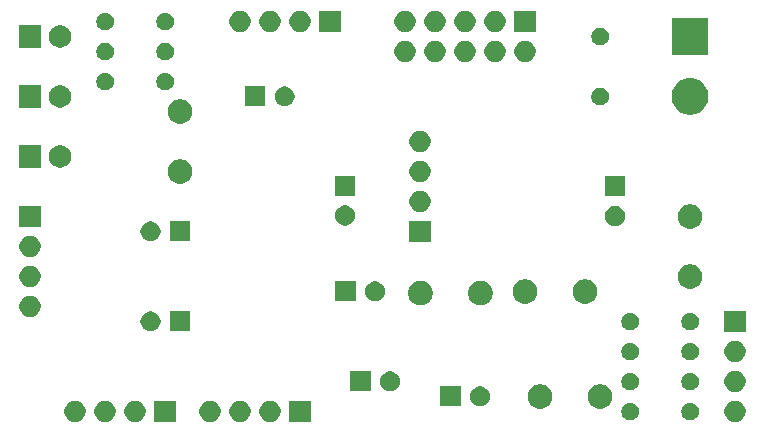
<source format=gbr>
G04 #@! TF.GenerationSoftware,KiCad,Pcbnew,5.1.5+dfsg1-2build2*
G04 #@! TF.CreationDate,2020-12-30T20:24:06+01:00*
G04 #@! TF.ProjectId,stm32f0can,73746d33-3266-4306-9361-6e2e6b696361,rev?*
G04 #@! TF.SameCoordinates,Original*
G04 #@! TF.FileFunction,Soldermask,Bot*
G04 #@! TF.FilePolarity,Negative*
%FSLAX46Y46*%
G04 Gerber Fmt 4.6, Leading zero omitted, Abs format (unit mm)*
G04 Created by KiCad (PCBNEW 5.1.5+dfsg1-2build2) date 2020-12-30 20:24:06*
%MOMM*%
%LPD*%
G04 APERTURE LIST*
%ADD10C,0.100000*%
G04 APERTURE END LIST*
D10*
G36*
X116953512Y-131183927D02*
G01*
X117102812Y-131213624D01*
X117266784Y-131281544D01*
X117414354Y-131380147D01*
X117539853Y-131505646D01*
X117638456Y-131653216D01*
X117706376Y-131817188D01*
X117741000Y-131991259D01*
X117741000Y-132168741D01*
X117706376Y-132342812D01*
X117638456Y-132506784D01*
X117539853Y-132654354D01*
X117414354Y-132779853D01*
X117266784Y-132878456D01*
X117102812Y-132946376D01*
X116953512Y-132976073D01*
X116928742Y-132981000D01*
X116751258Y-132981000D01*
X116726488Y-132976073D01*
X116577188Y-132946376D01*
X116413216Y-132878456D01*
X116265646Y-132779853D01*
X116140147Y-132654354D01*
X116041544Y-132506784D01*
X115973624Y-132342812D01*
X115939000Y-132168741D01*
X115939000Y-131991259D01*
X115973624Y-131817188D01*
X116041544Y-131653216D01*
X116140147Y-131505646D01*
X116265646Y-131380147D01*
X116413216Y-131281544D01*
X116577188Y-131213624D01*
X116726488Y-131183927D01*
X116751258Y-131179000D01*
X116928742Y-131179000D01*
X116953512Y-131183927D01*
G37*
G36*
X125361000Y-132981000D02*
G01*
X123559000Y-132981000D01*
X123559000Y-131179000D01*
X125361000Y-131179000D01*
X125361000Y-132981000D01*
G37*
G36*
X105523512Y-131183927D02*
G01*
X105672812Y-131213624D01*
X105836784Y-131281544D01*
X105984354Y-131380147D01*
X106109853Y-131505646D01*
X106208456Y-131653216D01*
X106276376Y-131817188D01*
X106311000Y-131991259D01*
X106311000Y-132168741D01*
X106276376Y-132342812D01*
X106208456Y-132506784D01*
X106109853Y-132654354D01*
X105984354Y-132779853D01*
X105836784Y-132878456D01*
X105672812Y-132946376D01*
X105523512Y-132976073D01*
X105498742Y-132981000D01*
X105321258Y-132981000D01*
X105296488Y-132976073D01*
X105147188Y-132946376D01*
X104983216Y-132878456D01*
X104835646Y-132779853D01*
X104710147Y-132654354D01*
X104611544Y-132506784D01*
X104543624Y-132342812D01*
X104509000Y-132168741D01*
X104509000Y-131991259D01*
X104543624Y-131817188D01*
X104611544Y-131653216D01*
X104710147Y-131505646D01*
X104835646Y-131380147D01*
X104983216Y-131281544D01*
X105147188Y-131213624D01*
X105296488Y-131183927D01*
X105321258Y-131179000D01*
X105498742Y-131179000D01*
X105523512Y-131183927D01*
G37*
G36*
X108063512Y-131183927D02*
G01*
X108212812Y-131213624D01*
X108376784Y-131281544D01*
X108524354Y-131380147D01*
X108649853Y-131505646D01*
X108748456Y-131653216D01*
X108816376Y-131817188D01*
X108851000Y-131991259D01*
X108851000Y-132168741D01*
X108816376Y-132342812D01*
X108748456Y-132506784D01*
X108649853Y-132654354D01*
X108524354Y-132779853D01*
X108376784Y-132878456D01*
X108212812Y-132946376D01*
X108063512Y-132976073D01*
X108038742Y-132981000D01*
X107861258Y-132981000D01*
X107836488Y-132976073D01*
X107687188Y-132946376D01*
X107523216Y-132878456D01*
X107375646Y-132779853D01*
X107250147Y-132654354D01*
X107151544Y-132506784D01*
X107083624Y-132342812D01*
X107049000Y-132168741D01*
X107049000Y-131991259D01*
X107083624Y-131817188D01*
X107151544Y-131653216D01*
X107250147Y-131505646D01*
X107375646Y-131380147D01*
X107523216Y-131281544D01*
X107687188Y-131213624D01*
X107836488Y-131183927D01*
X107861258Y-131179000D01*
X108038742Y-131179000D01*
X108063512Y-131183927D01*
G37*
G36*
X110603512Y-131183927D02*
G01*
X110752812Y-131213624D01*
X110916784Y-131281544D01*
X111064354Y-131380147D01*
X111189853Y-131505646D01*
X111288456Y-131653216D01*
X111356376Y-131817188D01*
X111391000Y-131991259D01*
X111391000Y-132168741D01*
X111356376Y-132342812D01*
X111288456Y-132506784D01*
X111189853Y-132654354D01*
X111064354Y-132779853D01*
X110916784Y-132878456D01*
X110752812Y-132946376D01*
X110603512Y-132976073D01*
X110578742Y-132981000D01*
X110401258Y-132981000D01*
X110376488Y-132976073D01*
X110227188Y-132946376D01*
X110063216Y-132878456D01*
X109915646Y-132779853D01*
X109790147Y-132654354D01*
X109691544Y-132506784D01*
X109623624Y-132342812D01*
X109589000Y-132168741D01*
X109589000Y-131991259D01*
X109623624Y-131817188D01*
X109691544Y-131653216D01*
X109790147Y-131505646D01*
X109915646Y-131380147D01*
X110063216Y-131281544D01*
X110227188Y-131213624D01*
X110376488Y-131183927D01*
X110401258Y-131179000D01*
X110578742Y-131179000D01*
X110603512Y-131183927D01*
G37*
G36*
X161403512Y-131183927D02*
G01*
X161552812Y-131213624D01*
X161716784Y-131281544D01*
X161864354Y-131380147D01*
X161989853Y-131505646D01*
X162088456Y-131653216D01*
X162156376Y-131817188D01*
X162191000Y-131991259D01*
X162191000Y-132168741D01*
X162156376Y-132342812D01*
X162088456Y-132506784D01*
X161989853Y-132654354D01*
X161864354Y-132779853D01*
X161716784Y-132878456D01*
X161552812Y-132946376D01*
X161403512Y-132976073D01*
X161378742Y-132981000D01*
X161201258Y-132981000D01*
X161176488Y-132976073D01*
X161027188Y-132946376D01*
X160863216Y-132878456D01*
X160715646Y-132779853D01*
X160590147Y-132654354D01*
X160491544Y-132506784D01*
X160423624Y-132342812D01*
X160389000Y-132168741D01*
X160389000Y-131991259D01*
X160423624Y-131817188D01*
X160491544Y-131653216D01*
X160590147Y-131505646D01*
X160715646Y-131380147D01*
X160863216Y-131281544D01*
X161027188Y-131213624D01*
X161176488Y-131183927D01*
X161201258Y-131179000D01*
X161378742Y-131179000D01*
X161403512Y-131183927D01*
G37*
G36*
X113931000Y-132981000D02*
G01*
X112129000Y-132981000D01*
X112129000Y-131179000D01*
X113931000Y-131179000D01*
X113931000Y-132981000D01*
G37*
G36*
X119493512Y-131183927D02*
G01*
X119642812Y-131213624D01*
X119806784Y-131281544D01*
X119954354Y-131380147D01*
X120079853Y-131505646D01*
X120178456Y-131653216D01*
X120246376Y-131817188D01*
X120281000Y-131991259D01*
X120281000Y-132168741D01*
X120246376Y-132342812D01*
X120178456Y-132506784D01*
X120079853Y-132654354D01*
X119954354Y-132779853D01*
X119806784Y-132878456D01*
X119642812Y-132946376D01*
X119493512Y-132976073D01*
X119468742Y-132981000D01*
X119291258Y-132981000D01*
X119266488Y-132976073D01*
X119117188Y-132946376D01*
X118953216Y-132878456D01*
X118805646Y-132779853D01*
X118680147Y-132654354D01*
X118581544Y-132506784D01*
X118513624Y-132342812D01*
X118479000Y-132168741D01*
X118479000Y-131991259D01*
X118513624Y-131817188D01*
X118581544Y-131653216D01*
X118680147Y-131505646D01*
X118805646Y-131380147D01*
X118953216Y-131281544D01*
X119117188Y-131213624D01*
X119266488Y-131183927D01*
X119291258Y-131179000D01*
X119468742Y-131179000D01*
X119493512Y-131183927D01*
G37*
G36*
X122033512Y-131183927D02*
G01*
X122182812Y-131213624D01*
X122346784Y-131281544D01*
X122494354Y-131380147D01*
X122619853Y-131505646D01*
X122718456Y-131653216D01*
X122786376Y-131817188D01*
X122821000Y-131991259D01*
X122821000Y-132168741D01*
X122786376Y-132342812D01*
X122718456Y-132506784D01*
X122619853Y-132654354D01*
X122494354Y-132779853D01*
X122346784Y-132878456D01*
X122182812Y-132946376D01*
X122033512Y-132976073D01*
X122008742Y-132981000D01*
X121831258Y-132981000D01*
X121806488Y-132976073D01*
X121657188Y-132946376D01*
X121493216Y-132878456D01*
X121345646Y-132779853D01*
X121220147Y-132654354D01*
X121121544Y-132506784D01*
X121053624Y-132342812D01*
X121019000Y-132168741D01*
X121019000Y-131991259D01*
X121053624Y-131817188D01*
X121121544Y-131653216D01*
X121220147Y-131505646D01*
X121345646Y-131380147D01*
X121493216Y-131281544D01*
X121657188Y-131213624D01*
X121806488Y-131183927D01*
X121831258Y-131179000D01*
X122008742Y-131179000D01*
X122033512Y-131183927D01*
G37*
G36*
X157699059Y-131357860D02*
G01*
X157752865Y-131380147D01*
X157835732Y-131414472D01*
X157958735Y-131496660D01*
X158063340Y-131601265D01*
X158145528Y-131724268D01*
X158145529Y-131724270D01*
X158202140Y-131860941D01*
X158231000Y-132006032D01*
X158231000Y-132153968D01*
X158228061Y-132168742D01*
X158202140Y-132299059D01*
X158145528Y-132435732D01*
X158063340Y-132558735D01*
X157958735Y-132663340D01*
X157835732Y-132745528D01*
X157835731Y-132745529D01*
X157835730Y-132745529D01*
X157699059Y-132802140D01*
X157553968Y-132831000D01*
X157406032Y-132831000D01*
X157260941Y-132802140D01*
X157124270Y-132745529D01*
X157124269Y-132745529D01*
X157124268Y-132745528D01*
X157001265Y-132663340D01*
X156896660Y-132558735D01*
X156814472Y-132435732D01*
X156757860Y-132299059D01*
X156731939Y-132168742D01*
X156729000Y-132153968D01*
X156729000Y-132006032D01*
X156757860Y-131860941D01*
X156814471Y-131724270D01*
X156814472Y-131724268D01*
X156896660Y-131601265D01*
X157001265Y-131496660D01*
X157124268Y-131414472D01*
X157207136Y-131380147D01*
X157260941Y-131357860D01*
X157406032Y-131329000D01*
X157553968Y-131329000D01*
X157699059Y-131357860D01*
G37*
G36*
X152619059Y-131357860D02*
G01*
X152672865Y-131380147D01*
X152755732Y-131414472D01*
X152878735Y-131496660D01*
X152983340Y-131601265D01*
X153065528Y-131724268D01*
X153065529Y-131724270D01*
X153122140Y-131860941D01*
X153151000Y-132006032D01*
X153151000Y-132153968D01*
X153148061Y-132168742D01*
X153122140Y-132299059D01*
X153065528Y-132435732D01*
X152983340Y-132558735D01*
X152878735Y-132663340D01*
X152755732Y-132745528D01*
X152755731Y-132745529D01*
X152755730Y-132745529D01*
X152619059Y-132802140D01*
X152473968Y-132831000D01*
X152326032Y-132831000D01*
X152180941Y-132802140D01*
X152044270Y-132745529D01*
X152044269Y-132745529D01*
X152044268Y-132745528D01*
X151921265Y-132663340D01*
X151816660Y-132558735D01*
X151734472Y-132435732D01*
X151677860Y-132299059D01*
X151651939Y-132168742D01*
X151649000Y-132153968D01*
X151649000Y-132006032D01*
X151677860Y-131860941D01*
X151734471Y-131724270D01*
X151734472Y-131724268D01*
X151816660Y-131601265D01*
X151921265Y-131496660D01*
X152044268Y-131414472D01*
X152127136Y-131380147D01*
X152180941Y-131357860D01*
X152326032Y-131329000D01*
X152473968Y-131329000D01*
X152619059Y-131357860D01*
G37*
G36*
X145086564Y-129799389D02*
G01*
X145277833Y-129878615D01*
X145277835Y-129878616D01*
X145449973Y-129993635D01*
X145596365Y-130140027D01*
X145699345Y-130294147D01*
X145711385Y-130312167D01*
X145790611Y-130503436D01*
X145831000Y-130706484D01*
X145831000Y-130913516D01*
X145790611Y-131116564D01*
X145750407Y-131213625D01*
X145711384Y-131307835D01*
X145596365Y-131479973D01*
X145449973Y-131626365D01*
X145277835Y-131741384D01*
X145277834Y-131741385D01*
X145277833Y-131741385D01*
X145086564Y-131820611D01*
X144883516Y-131861000D01*
X144676484Y-131861000D01*
X144473436Y-131820611D01*
X144282167Y-131741385D01*
X144282166Y-131741385D01*
X144282165Y-131741384D01*
X144110027Y-131626365D01*
X143963635Y-131479973D01*
X143848616Y-131307835D01*
X143809593Y-131213625D01*
X143769389Y-131116564D01*
X143729000Y-130913516D01*
X143729000Y-130706484D01*
X143769389Y-130503436D01*
X143848615Y-130312167D01*
X143860656Y-130294147D01*
X143963635Y-130140027D01*
X144110027Y-129993635D01*
X144282165Y-129878616D01*
X144282167Y-129878615D01*
X144473436Y-129799389D01*
X144676484Y-129759000D01*
X144883516Y-129759000D01*
X145086564Y-129799389D01*
G37*
G36*
X150166564Y-129799389D02*
G01*
X150357833Y-129878615D01*
X150357835Y-129878616D01*
X150529973Y-129993635D01*
X150676365Y-130140027D01*
X150779345Y-130294147D01*
X150791385Y-130312167D01*
X150870611Y-130503436D01*
X150911000Y-130706484D01*
X150911000Y-130913516D01*
X150870611Y-131116564D01*
X150830407Y-131213625D01*
X150791384Y-131307835D01*
X150676365Y-131479973D01*
X150529973Y-131626365D01*
X150357835Y-131741384D01*
X150357834Y-131741385D01*
X150357833Y-131741385D01*
X150166564Y-131820611D01*
X149963516Y-131861000D01*
X149756484Y-131861000D01*
X149553436Y-131820611D01*
X149362167Y-131741385D01*
X149362166Y-131741385D01*
X149362165Y-131741384D01*
X149190027Y-131626365D01*
X149043635Y-131479973D01*
X148928616Y-131307835D01*
X148889593Y-131213625D01*
X148849389Y-131116564D01*
X148809000Y-130913516D01*
X148809000Y-130706484D01*
X148849389Y-130503436D01*
X148928615Y-130312167D01*
X148940656Y-130294147D01*
X149043635Y-130140027D01*
X149190027Y-129993635D01*
X149362165Y-129878616D01*
X149362167Y-129878615D01*
X149553436Y-129799389D01*
X149756484Y-129759000D01*
X149963516Y-129759000D01*
X150166564Y-129799389D01*
G37*
G36*
X139948228Y-129991703D02*
G01*
X140103100Y-130055853D01*
X140242481Y-130148985D01*
X140361015Y-130267519D01*
X140454147Y-130406900D01*
X140518297Y-130561772D01*
X140551000Y-130726184D01*
X140551000Y-130893816D01*
X140518297Y-131058228D01*
X140454147Y-131213100D01*
X140361015Y-131352481D01*
X140242481Y-131471015D01*
X140103100Y-131564147D01*
X139948228Y-131628297D01*
X139783816Y-131661000D01*
X139616184Y-131661000D01*
X139451772Y-131628297D01*
X139296900Y-131564147D01*
X139157519Y-131471015D01*
X139038985Y-131352481D01*
X138945853Y-131213100D01*
X138881703Y-131058228D01*
X138849000Y-130893816D01*
X138849000Y-130726184D01*
X138881703Y-130561772D01*
X138945853Y-130406900D01*
X139038985Y-130267519D01*
X139157519Y-130148985D01*
X139296900Y-130055853D01*
X139451772Y-129991703D01*
X139616184Y-129959000D01*
X139783816Y-129959000D01*
X139948228Y-129991703D01*
G37*
G36*
X138051000Y-131661000D02*
G01*
X136349000Y-131661000D01*
X136349000Y-129959000D01*
X138051000Y-129959000D01*
X138051000Y-131661000D01*
G37*
G36*
X161403512Y-128643927D02*
G01*
X161552812Y-128673624D01*
X161716784Y-128741544D01*
X161864354Y-128840147D01*
X161989853Y-128965646D01*
X162088456Y-129113216D01*
X162156376Y-129277188D01*
X162191000Y-129451259D01*
X162191000Y-129628741D01*
X162156376Y-129802812D01*
X162088456Y-129966784D01*
X161989853Y-130114354D01*
X161864354Y-130239853D01*
X161716784Y-130338456D01*
X161552812Y-130406376D01*
X161403512Y-130436073D01*
X161378742Y-130441000D01*
X161201258Y-130441000D01*
X161176488Y-130436073D01*
X161027188Y-130406376D01*
X160863216Y-130338456D01*
X160715646Y-130239853D01*
X160590147Y-130114354D01*
X160491544Y-129966784D01*
X160423624Y-129802812D01*
X160389000Y-129628741D01*
X160389000Y-129451259D01*
X160423624Y-129277188D01*
X160491544Y-129113216D01*
X160590147Y-128965646D01*
X160715646Y-128840147D01*
X160863216Y-128741544D01*
X161027188Y-128673624D01*
X161176488Y-128643927D01*
X161201258Y-128639000D01*
X161378742Y-128639000D01*
X161403512Y-128643927D01*
G37*
G36*
X130431000Y-130391000D02*
G01*
X128729000Y-130391000D01*
X128729000Y-128689000D01*
X130431000Y-128689000D01*
X130431000Y-130391000D01*
G37*
G36*
X132328228Y-128721703D02*
G01*
X132483100Y-128785853D01*
X132622481Y-128878985D01*
X132741015Y-128997519D01*
X132834147Y-129136900D01*
X132898297Y-129291772D01*
X132931000Y-129456184D01*
X132931000Y-129623816D01*
X132898297Y-129788228D01*
X132834147Y-129943100D01*
X132741015Y-130082481D01*
X132622481Y-130201015D01*
X132483100Y-130294147D01*
X132328228Y-130358297D01*
X132163816Y-130391000D01*
X131996184Y-130391000D01*
X131831772Y-130358297D01*
X131676900Y-130294147D01*
X131537519Y-130201015D01*
X131418985Y-130082481D01*
X131325853Y-129943100D01*
X131261703Y-129788228D01*
X131229000Y-129623816D01*
X131229000Y-129456184D01*
X131261703Y-129291772D01*
X131325853Y-129136900D01*
X131418985Y-128997519D01*
X131537519Y-128878985D01*
X131676900Y-128785853D01*
X131831772Y-128721703D01*
X131996184Y-128689000D01*
X132163816Y-128689000D01*
X132328228Y-128721703D01*
G37*
G36*
X157699059Y-128817860D02*
G01*
X157752865Y-128840147D01*
X157835732Y-128874472D01*
X157958735Y-128956660D01*
X158063340Y-129061265D01*
X158145528Y-129184268D01*
X158145529Y-129184270D01*
X158202140Y-129320941D01*
X158231000Y-129466032D01*
X158231000Y-129613968D01*
X158228061Y-129628742D01*
X158202140Y-129759059D01*
X158145528Y-129895732D01*
X158063340Y-130018735D01*
X157958735Y-130123340D01*
X157835732Y-130205528D01*
X157835731Y-130205529D01*
X157835730Y-130205529D01*
X157699059Y-130262140D01*
X157553968Y-130291000D01*
X157406032Y-130291000D01*
X157260941Y-130262140D01*
X157124270Y-130205529D01*
X157124269Y-130205529D01*
X157124268Y-130205528D01*
X157001265Y-130123340D01*
X156896660Y-130018735D01*
X156814472Y-129895732D01*
X156757860Y-129759059D01*
X156731939Y-129628742D01*
X156729000Y-129613968D01*
X156729000Y-129466032D01*
X156757860Y-129320941D01*
X156814471Y-129184270D01*
X156814472Y-129184268D01*
X156896660Y-129061265D01*
X157001265Y-128956660D01*
X157124268Y-128874472D01*
X157207136Y-128840147D01*
X157260941Y-128817860D01*
X157406032Y-128789000D01*
X157553968Y-128789000D01*
X157699059Y-128817860D01*
G37*
G36*
X152619059Y-128817860D02*
G01*
X152672865Y-128840147D01*
X152755732Y-128874472D01*
X152878735Y-128956660D01*
X152983340Y-129061265D01*
X153065528Y-129184268D01*
X153065529Y-129184270D01*
X153122140Y-129320941D01*
X153151000Y-129466032D01*
X153151000Y-129613968D01*
X153148061Y-129628742D01*
X153122140Y-129759059D01*
X153065528Y-129895732D01*
X152983340Y-130018735D01*
X152878735Y-130123340D01*
X152755732Y-130205528D01*
X152755731Y-130205529D01*
X152755730Y-130205529D01*
X152619059Y-130262140D01*
X152473968Y-130291000D01*
X152326032Y-130291000D01*
X152180941Y-130262140D01*
X152044270Y-130205529D01*
X152044269Y-130205529D01*
X152044268Y-130205528D01*
X151921265Y-130123340D01*
X151816660Y-130018735D01*
X151734472Y-129895732D01*
X151677860Y-129759059D01*
X151651939Y-129628742D01*
X151649000Y-129613968D01*
X151649000Y-129466032D01*
X151677860Y-129320941D01*
X151734471Y-129184270D01*
X151734472Y-129184268D01*
X151816660Y-129061265D01*
X151921265Y-128956660D01*
X152044268Y-128874472D01*
X152127136Y-128840147D01*
X152180941Y-128817860D01*
X152326032Y-128789000D01*
X152473968Y-128789000D01*
X152619059Y-128817860D01*
G37*
G36*
X161403512Y-126103927D02*
G01*
X161552812Y-126133624D01*
X161716784Y-126201544D01*
X161864354Y-126300147D01*
X161989853Y-126425646D01*
X162088456Y-126573216D01*
X162156376Y-126737188D01*
X162191000Y-126911259D01*
X162191000Y-127088741D01*
X162156376Y-127262812D01*
X162088456Y-127426784D01*
X161989853Y-127574354D01*
X161864354Y-127699853D01*
X161716784Y-127798456D01*
X161552812Y-127866376D01*
X161403512Y-127896073D01*
X161378742Y-127901000D01*
X161201258Y-127901000D01*
X161176488Y-127896073D01*
X161027188Y-127866376D01*
X160863216Y-127798456D01*
X160715646Y-127699853D01*
X160590147Y-127574354D01*
X160491544Y-127426784D01*
X160423624Y-127262812D01*
X160389000Y-127088741D01*
X160389000Y-126911259D01*
X160423624Y-126737188D01*
X160491544Y-126573216D01*
X160590147Y-126425646D01*
X160715646Y-126300147D01*
X160863216Y-126201544D01*
X161027188Y-126133624D01*
X161176488Y-126103927D01*
X161201258Y-126099000D01*
X161378742Y-126099000D01*
X161403512Y-126103927D01*
G37*
G36*
X152619059Y-126277860D02*
G01*
X152672865Y-126300147D01*
X152755732Y-126334472D01*
X152878735Y-126416660D01*
X152983340Y-126521265D01*
X153018054Y-126573218D01*
X153065529Y-126644270D01*
X153122140Y-126780941D01*
X153151000Y-126926032D01*
X153151000Y-127073968D01*
X153148061Y-127088742D01*
X153122140Y-127219059D01*
X153065528Y-127355732D01*
X152983340Y-127478735D01*
X152878735Y-127583340D01*
X152755732Y-127665528D01*
X152755731Y-127665529D01*
X152755730Y-127665529D01*
X152619059Y-127722140D01*
X152473968Y-127751000D01*
X152326032Y-127751000D01*
X152180941Y-127722140D01*
X152044270Y-127665529D01*
X152044269Y-127665529D01*
X152044268Y-127665528D01*
X151921265Y-127583340D01*
X151816660Y-127478735D01*
X151734472Y-127355732D01*
X151677860Y-127219059D01*
X151651939Y-127088742D01*
X151649000Y-127073968D01*
X151649000Y-126926032D01*
X151677860Y-126780941D01*
X151734471Y-126644270D01*
X151781946Y-126573218D01*
X151816660Y-126521265D01*
X151921265Y-126416660D01*
X152044268Y-126334472D01*
X152127136Y-126300147D01*
X152180941Y-126277860D01*
X152326032Y-126249000D01*
X152473968Y-126249000D01*
X152619059Y-126277860D01*
G37*
G36*
X157699059Y-126277860D02*
G01*
X157752865Y-126300147D01*
X157835732Y-126334472D01*
X157958735Y-126416660D01*
X158063340Y-126521265D01*
X158098054Y-126573218D01*
X158145529Y-126644270D01*
X158202140Y-126780941D01*
X158231000Y-126926032D01*
X158231000Y-127073968D01*
X158228061Y-127088742D01*
X158202140Y-127219059D01*
X158145528Y-127355732D01*
X158063340Y-127478735D01*
X157958735Y-127583340D01*
X157835732Y-127665528D01*
X157835731Y-127665529D01*
X157835730Y-127665529D01*
X157699059Y-127722140D01*
X157553968Y-127751000D01*
X157406032Y-127751000D01*
X157260941Y-127722140D01*
X157124270Y-127665529D01*
X157124269Y-127665529D01*
X157124268Y-127665528D01*
X157001265Y-127583340D01*
X156896660Y-127478735D01*
X156814472Y-127355732D01*
X156757860Y-127219059D01*
X156731939Y-127088742D01*
X156729000Y-127073968D01*
X156729000Y-126926032D01*
X156757860Y-126780941D01*
X156814471Y-126644270D01*
X156861946Y-126573218D01*
X156896660Y-126521265D01*
X157001265Y-126416660D01*
X157124268Y-126334472D01*
X157207136Y-126300147D01*
X157260941Y-126277860D01*
X157406032Y-126249000D01*
X157553968Y-126249000D01*
X157699059Y-126277860D01*
G37*
G36*
X162191000Y-125361000D02*
G01*
X160389000Y-125361000D01*
X160389000Y-123559000D01*
X162191000Y-123559000D01*
X162191000Y-125361000D01*
G37*
G36*
X112048228Y-123641703D02*
G01*
X112203100Y-123705853D01*
X112342481Y-123798985D01*
X112461015Y-123917519D01*
X112554147Y-124056900D01*
X112618297Y-124211772D01*
X112651000Y-124376184D01*
X112651000Y-124543816D01*
X112618297Y-124708228D01*
X112554147Y-124863100D01*
X112461015Y-125002481D01*
X112342481Y-125121015D01*
X112203100Y-125214147D01*
X112048228Y-125278297D01*
X111883816Y-125311000D01*
X111716184Y-125311000D01*
X111551772Y-125278297D01*
X111396900Y-125214147D01*
X111257519Y-125121015D01*
X111138985Y-125002481D01*
X111045853Y-124863100D01*
X110981703Y-124708228D01*
X110949000Y-124543816D01*
X110949000Y-124376184D01*
X110981703Y-124211772D01*
X111045853Y-124056900D01*
X111138985Y-123917519D01*
X111257519Y-123798985D01*
X111396900Y-123705853D01*
X111551772Y-123641703D01*
X111716184Y-123609000D01*
X111883816Y-123609000D01*
X112048228Y-123641703D01*
G37*
G36*
X115151000Y-125311000D02*
G01*
X113449000Y-125311000D01*
X113449000Y-123609000D01*
X115151000Y-123609000D01*
X115151000Y-125311000D01*
G37*
G36*
X157699059Y-123737860D02*
G01*
X157835732Y-123794472D01*
X157958735Y-123876660D01*
X158063340Y-123981265D01*
X158145528Y-124104268D01*
X158202140Y-124240941D01*
X158231000Y-124386033D01*
X158231000Y-124533967D01*
X158202140Y-124679059D01*
X158145528Y-124815732D01*
X158063340Y-124938735D01*
X157958735Y-125043340D01*
X157835732Y-125125528D01*
X157835731Y-125125529D01*
X157835730Y-125125529D01*
X157699059Y-125182140D01*
X157553968Y-125211000D01*
X157406032Y-125211000D01*
X157260941Y-125182140D01*
X157124270Y-125125529D01*
X157124269Y-125125529D01*
X157124268Y-125125528D01*
X157001265Y-125043340D01*
X156896660Y-124938735D01*
X156814472Y-124815732D01*
X156757860Y-124679059D01*
X156729000Y-124533967D01*
X156729000Y-124386033D01*
X156757860Y-124240941D01*
X156814472Y-124104268D01*
X156896660Y-123981265D01*
X157001265Y-123876660D01*
X157124268Y-123794472D01*
X157260941Y-123737860D01*
X157406032Y-123709000D01*
X157553968Y-123709000D01*
X157699059Y-123737860D01*
G37*
G36*
X152619059Y-123737860D02*
G01*
X152755732Y-123794472D01*
X152878735Y-123876660D01*
X152983340Y-123981265D01*
X153065528Y-124104268D01*
X153122140Y-124240941D01*
X153151000Y-124386033D01*
X153151000Y-124533967D01*
X153122140Y-124679059D01*
X153065528Y-124815732D01*
X152983340Y-124938735D01*
X152878735Y-125043340D01*
X152755732Y-125125528D01*
X152755731Y-125125529D01*
X152755730Y-125125529D01*
X152619059Y-125182140D01*
X152473968Y-125211000D01*
X152326032Y-125211000D01*
X152180941Y-125182140D01*
X152044270Y-125125529D01*
X152044269Y-125125529D01*
X152044268Y-125125528D01*
X151921265Y-125043340D01*
X151816660Y-124938735D01*
X151734472Y-124815732D01*
X151677860Y-124679059D01*
X151649000Y-124533967D01*
X151649000Y-124386033D01*
X151677860Y-124240941D01*
X151734472Y-124104268D01*
X151816660Y-123981265D01*
X151921265Y-123876660D01*
X152044268Y-123794472D01*
X152180941Y-123737860D01*
X152326032Y-123709000D01*
X152473968Y-123709000D01*
X152619059Y-123737860D01*
G37*
G36*
X101713512Y-122293927D02*
G01*
X101862812Y-122323624D01*
X102026784Y-122391544D01*
X102174354Y-122490147D01*
X102299853Y-122615646D01*
X102398456Y-122763216D01*
X102466376Y-122927188D01*
X102501000Y-123101259D01*
X102501000Y-123278741D01*
X102466376Y-123452812D01*
X102398456Y-123616784D01*
X102299853Y-123764354D01*
X102174354Y-123889853D01*
X102026784Y-123988456D01*
X101862812Y-124056376D01*
X101713512Y-124086073D01*
X101688742Y-124091000D01*
X101511258Y-124091000D01*
X101486488Y-124086073D01*
X101337188Y-124056376D01*
X101173216Y-123988456D01*
X101025646Y-123889853D01*
X100900147Y-123764354D01*
X100801544Y-123616784D01*
X100733624Y-123452812D01*
X100699000Y-123278741D01*
X100699000Y-123101259D01*
X100733624Y-122927188D01*
X100801544Y-122763216D01*
X100900147Y-122615646D01*
X101025646Y-122490147D01*
X101173216Y-122391544D01*
X101337188Y-122323624D01*
X101486488Y-122293927D01*
X101511258Y-122289000D01*
X101688742Y-122289000D01*
X101713512Y-122293927D01*
G37*
G36*
X140044664Y-121036389D02*
G01*
X140235933Y-121115615D01*
X140235935Y-121115616D01*
X140284151Y-121147833D01*
X140408073Y-121230635D01*
X140554465Y-121377027D01*
X140669485Y-121549167D01*
X140748711Y-121740436D01*
X140789100Y-121943484D01*
X140789100Y-122150516D01*
X140748711Y-122353564D01*
X140692136Y-122490148D01*
X140669484Y-122544835D01*
X140554465Y-122716973D01*
X140408073Y-122863365D01*
X140235935Y-122978384D01*
X140235934Y-122978385D01*
X140235933Y-122978385D01*
X140044664Y-123057611D01*
X139841616Y-123098000D01*
X139634584Y-123098000D01*
X139431536Y-123057611D01*
X139240267Y-122978385D01*
X139240266Y-122978385D01*
X139240265Y-122978384D01*
X139068127Y-122863365D01*
X138921735Y-122716973D01*
X138806716Y-122544835D01*
X138784064Y-122490148D01*
X138727489Y-122353564D01*
X138687100Y-122150516D01*
X138687100Y-121943484D01*
X138727489Y-121740436D01*
X138806715Y-121549167D01*
X138921735Y-121377027D01*
X139068127Y-121230635D01*
X139192049Y-121147833D01*
X139240265Y-121115616D01*
X139240267Y-121115615D01*
X139431536Y-121036389D01*
X139634584Y-120996000D01*
X139841616Y-120996000D01*
X140044664Y-121036389D01*
G37*
G36*
X134964664Y-121036389D02*
G01*
X135155933Y-121115615D01*
X135155935Y-121115616D01*
X135204151Y-121147833D01*
X135328073Y-121230635D01*
X135474465Y-121377027D01*
X135589485Y-121549167D01*
X135668711Y-121740436D01*
X135709100Y-121943484D01*
X135709100Y-122150516D01*
X135668711Y-122353564D01*
X135612136Y-122490148D01*
X135589484Y-122544835D01*
X135474465Y-122716973D01*
X135328073Y-122863365D01*
X135155935Y-122978384D01*
X135155934Y-122978385D01*
X135155933Y-122978385D01*
X134964664Y-123057611D01*
X134761616Y-123098000D01*
X134554584Y-123098000D01*
X134351536Y-123057611D01*
X134160267Y-122978385D01*
X134160266Y-122978385D01*
X134160265Y-122978384D01*
X133988127Y-122863365D01*
X133841735Y-122716973D01*
X133726716Y-122544835D01*
X133704064Y-122490148D01*
X133647489Y-122353564D01*
X133607100Y-122150516D01*
X133607100Y-121943484D01*
X133647489Y-121740436D01*
X133726715Y-121549167D01*
X133841735Y-121377027D01*
X133988127Y-121230635D01*
X134112049Y-121147833D01*
X134160265Y-121115616D01*
X134160267Y-121115615D01*
X134351536Y-121036389D01*
X134554584Y-120996000D01*
X134761616Y-120996000D01*
X134964664Y-121036389D01*
G37*
G36*
X148896564Y-120909389D02*
G01*
X149087833Y-120988615D01*
X149087835Y-120988616D01*
X149259973Y-121103635D01*
X149406365Y-121250027D01*
X149491224Y-121377027D01*
X149521385Y-121422167D01*
X149600611Y-121613436D01*
X149641000Y-121816484D01*
X149641000Y-122023516D01*
X149600611Y-122226564D01*
X149532274Y-122391544D01*
X149521384Y-122417835D01*
X149406365Y-122589973D01*
X149259973Y-122736365D01*
X149087835Y-122851384D01*
X149087834Y-122851385D01*
X149087833Y-122851385D01*
X148896564Y-122930611D01*
X148693516Y-122971000D01*
X148486484Y-122971000D01*
X148283436Y-122930611D01*
X148092167Y-122851385D01*
X148092166Y-122851385D01*
X148092165Y-122851384D01*
X147920027Y-122736365D01*
X147773635Y-122589973D01*
X147658616Y-122417835D01*
X147647726Y-122391544D01*
X147579389Y-122226564D01*
X147539000Y-122023516D01*
X147539000Y-121816484D01*
X147579389Y-121613436D01*
X147658615Y-121422167D01*
X147688777Y-121377027D01*
X147773635Y-121250027D01*
X147920027Y-121103635D01*
X148092165Y-120988616D01*
X148092167Y-120988615D01*
X148283436Y-120909389D01*
X148486484Y-120869000D01*
X148693516Y-120869000D01*
X148896564Y-120909389D01*
G37*
G36*
X143816564Y-120909389D02*
G01*
X144007833Y-120988615D01*
X144007835Y-120988616D01*
X144179973Y-121103635D01*
X144326365Y-121250027D01*
X144411224Y-121377027D01*
X144441385Y-121422167D01*
X144520611Y-121613436D01*
X144561000Y-121816484D01*
X144561000Y-122023516D01*
X144520611Y-122226564D01*
X144452274Y-122391544D01*
X144441384Y-122417835D01*
X144326365Y-122589973D01*
X144179973Y-122736365D01*
X144007835Y-122851384D01*
X144007834Y-122851385D01*
X144007833Y-122851385D01*
X143816564Y-122930611D01*
X143613516Y-122971000D01*
X143406484Y-122971000D01*
X143203436Y-122930611D01*
X143012167Y-122851385D01*
X143012166Y-122851385D01*
X143012165Y-122851384D01*
X142840027Y-122736365D01*
X142693635Y-122589973D01*
X142578616Y-122417835D01*
X142567726Y-122391544D01*
X142499389Y-122226564D01*
X142459000Y-122023516D01*
X142459000Y-121816484D01*
X142499389Y-121613436D01*
X142578615Y-121422167D01*
X142608777Y-121377027D01*
X142693635Y-121250027D01*
X142840027Y-121103635D01*
X143012165Y-120988616D01*
X143012167Y-120988615D01*
X143203436Y-120909389D01*
X143406484Y-120869000D01*
X143613516Y-120869000D01*
X143816564Y-120909389D01*
G37*
G36*
X129161000Y-122771000D02*
G01*
X127459000Y-122771000D01*
X127459000Y-121069000D01*
X129161000Y-121069000D01*
X129161000Y-122771000D01*
G37*
G36*
X131058228Y-121101703D02*
G01*
X131213100Y-121165853D01*
X131352481Y-121258985D01*
X131471015Y-121377519D01*
X131564147Y-121516900D01*
X131628297Y-121671772D01*
X131661000Y-121836184D01*
X131661000Y-122003816D01*
X131628297Y-122168228D01*
X131564147Y-122323100D01*
X131471015Y-122462481D01*
X131352481Y-122581015D01*
X131213100Y-122674147D01*
X131058228Y-122738297D01*
X130893816Y-122771000D01*
X130726184Y-122771000D01*
X130561772Y-122738297D01*
X130406900Y-122674147D01*
X130267519Y-122581015D01*
X130148985Y-122462481D01*
X130055853Y-122323100D01*
X129991703Y-122168228D01*
X129959000Y-122003816D01*
X129959000Y-121836184D01*
X129991703Y-121671772D01*
X130055853Y-121516900D01*
X130148985Y-121377519D01*
X130267519Y-121258985D01*
X130406900Y-121165853D01*
X130561772Y-121101703D01*
X130726184Y-121069000D01*
X130893816Y-121069000D01*
X131058228Y-121101703D01*
G37*
G36*
X157786564Y-119639389D02*
G01*
X157977833Y-119718615D01*
X157977835Y-119718616D01*
X158149973Y-119833635D01*
X158296365Y-119980027D01*
X158360256Y-120075646D01*
X158411385Y-120152167D01*
X158490611Y-120343436D01*
X158531000Y-120546484D01*
X158531000Y-120753516D01*
X158490611Y-120956564D01*
X158411385Y-121147833D01*
X158411384Y-121147835D01*
X158296365Y-121319973D01*
X158149973Y-121466365D01*
X157977835Y-121581384D01*
X157977834Y-121581385D01*
X157977833Y-121581385D01*
X157786564Y-121660611D01*
X157583516Y-121701000D01*
X157376484Y-121701000D01*
X157173436Y-121660611D01*
X156982167Y-121581385D01*
X156982166Y-121581385D01*
X156982165Y-121581384D01*
X156810027Y-121466365D01*
X156663635Y-121319973D01*
X156548616Y-121147835D01*
X156548615Y-121147833D01*
X156469389Y-120956564D01*
X156429000Y-120753516D01*
X156429000Y-120546484D01*
X156469389Y-120343436D01*
X156548615Y-120152167D01*
X156599745Y-120075646D01*
X156663635Y-119980027D01*
X156810027Y-119833635D01*
X156982165Y-119718616D01*
X156982167Y-119718615D01*
X157173436Y-119639389D01*
X157376484Y-119599000D01*
X157583516Y-119599000D01*
X157786564Y-119639389D01*
G37*
G36*
X101713512Y-119753927D02*
G01*
X101862812Y-119783624D01*
X102026784Y-119851544D01*
X102174354Y-119950147D01*
X102299853Y-120075646D01*
X102398456Y-120223216D01*
X102466376Y-120387188D01*
X102501000Y-120561259D01*
X102501000Y-120738741D01*
X102466376Y-120912812D01*
X102398456Y-121076784D01*
X102299853Y-121224354D01*
X102174354Y-121349853D01*
X102026784Y-121448456D01*
X101862812Y-121516376D01*
X101713512Y-121546073D01*
X101688742Y-121551000D01*
X101511258Y-121551000D01*
X101486488Y-121546073D01*
X101337188Y-121516376D01*
X101173216Y-121448456D01*
X101025646Y-121349853D01*
X100900147Y-121224354D01*
X100801544Y-121076784D01*
X100733624Y-120912812D01*
X100699000Y-120738741D01*
X100699000Y-120561259D01*
X100733624Y-120387188D01*
X100801544Y-120223216D01*
X100900147Y-120075646D01*
X101025646Y-119950147D01*
X101173216Y-119851544D01*
X101337188Y-119783624D01*
X101486488Y-119753927D01*
X101511258Y-119749000D01*
X101688742Y-119749000D01*
X101713512Y-119753927D01*
G37*
G36*
X101713512Y-117213927D02*
G01*
X101862812Y-117243624D01*
X102026784Y-117311544D01*
X102174354Y-117410147D01*
X102299853Y-117535646D01*
X102398456Y-117683216D01*
X102466376Y-117847188D01*
X102501000Y-118021259D01*
X102501000Y-118198741D01*
X102466376Y-118372812D01*
X102398456Y-118536784D01*
X102299853Y-118684354D01*
X102174354Y-118809853D01*
X102026784Y-118908456D01*
X101862812Y-118976376D01*
X101713512Y-119006073D01*
X101688742Y-119011000D01*
X101511258Y-119011000D01*
X101486488Y-119006073D01*
X101337188Y-118976376D01*
X101173216Y-118908456D01*
X101025646Y-118809853D01*
X100900147Y-118684354D01*
X100801544Y-118536784D01*
X100733624Y-118372812D01*
X100699000Y-118198741D01*
X100699000Y-118021259D01*
X100733624Y-117847188D01*
X100801544Y-117683216D01*
X100900147Y-117535646D01*
X101025646Y-117410147D01*
X101173216Y-117311544D01*
X101337188Y-117243624D01*
X101486488Y-117213927D01*
X101511258Y-117209000D01*
X101688742Y-117209000D01*
X101713512Y-117213927D01*
G37*
G36*
X135521000Y-117741000D02*
G01*
X133719000Y-117741000D01*
X133719000Y-115939000D01*
X135521000Y-115939000D01*
X135521000Y-117741000D01*
G37*
G36*
X115151000Y-117691000D02*
G01*
X113449000Y-117691000D01*
X113449000Y-115989000D01*
X115151000Y-115989000D01*
X115151000Y-117691000D01*
G37*
G36*
X112048228Y-116021703D02*
G01*
X112203100Y-116085853D01*
X112342481Y-116178985D01*
X112461015Y-116297519D01*
X112554147Y-116436900D01*
X112618297Y-116591772D01*
X112651000Y-116756184D01*
X112651000Y-116923816D01*
X112618297Y-117088228D01*
X112554147Y-117243100D01*
X112461015Y-117382481D01*
X112342481Y-117501015D01*
X112203100Y-117594147D01*
X112048228Y-117658297D01*
X111883816Y-117691000D01*
X111716184Y-117691000D01*
X111551772Y-117658297D01*
X111396900Y-117594147D01*
X111257519Y-117501015D01*
X111138985Y-117382481D01*
X111045853Y-117243100D01*
X110981703Y-117088228D01*
X110949000Y-116923816D01*
X110949000Y-116756184D01*
X110981703Y-116591772D01*
X111045853Y-116436900D01*
X111138985Y-116297519D01*
X111257519Y-116178985D01*
X111396900Y-116085853D01*
X111551772Y-116021703D01*
X111716184Y-115989000D01*
X111883816Y-115989000D01*
X112048228Y-116021703D01*
G37*
G36*
X157786564Y-114559389D02*
G01*
X157977833Y-114638615D01*
X157977835Y-114638616D01*
X158149973Y-114753635D01*
X158296365Y-114900027D01*
X158363067Y-114999853D01*
X158411385Y-115072167D01*
X158490611Y-115263436D01*
X158531000Y-115466484D01*
X158531000Y-115673516D01*
X158490611Y-115876564D01*
X158426028Y-116032481D01*
X158411384Y-116067835D01*
X158296365Y-116239973D01*
X158149973Y-116386365D01*
X157977835Y-116501384D01*
X157977834Y-116501385D01*
X157977833Y-116501385D01*
X157786564Y-116580611D01*
X157583516Y-116621000D01*
X157376484Y-116621000D01*
X157173436Y-116580611D01*
X156982167Y-116501385D01*
X156982166Y-116501385D01*
X156982165Y-116501384D01*
X156810027Y-116386365D01*
X156663635Y-116239973D01*
X156548616Y-116067835D01*
X156533972Y-116032481D01*
X156469389Y-115876564D01*
X156429000Y-115673516D01*
X156429000Y-115466484D01*
X156469389Y-115263436D01*
X156548615Y-115072167D01*
X156596934Y-114999853D01*
X156663635Y-114900027D01*
X156810027Y-114753635D01*
X156982165Y-114638616D01*
X156982167Y-114638615D01*
X157173436Y-114559389D01*
X157376484Y-114519000D01*
X157583516Y-114519000D01*
X157786564Y-114559389D01*
G37*
G36*
X102501000Y-116471000D02*
G01*
X100699000Y-116471000D01*
X100699000Y-114669000D01*
X102501000Y-114669000D01*
X102501000Y-116471000D01*
G37*
G36*
X151378228Y-114711703D02*
G01*
X151533100Y-114775853D01*
X151672481Y-114868985D01*
X151791015Y-114987519D01*
X151884147Y-115126900D01*
X151948297Y-115281772D01*
X151981000Y-115446184D01*
X151981000Y-115613816D01*
X151948297Y-115778228D01*
X151884147Y-115933100D01*
X151791015Y-116072481D01*
X151672481Y-116191015D01*
X151533100Y-116284147D01*
X151378228Y-116348297D01*
X151213816Y-116381000D01*
X151046184Y-116381000D01*
X150881772Y-116348297D01*
X150726900Y-116284147D01*
X150587519Y-116191015D01*
X150468985Y-116072481D01*
X150375853Y-115933100D01*
X150311703Y-115778228D01*
X150279000Y-115613816D01*
X150279000Y-115446184D01*
X150311703Y-115281772D01*
X150375853Y-115126900D01*
X150468985Y-114987519D01*
X150587519Y-114868985D01*
X150726900Y-114775853D01*
X150881772Y-114711703D01*
X151046184Y-114679000D01*
X151213816Y-114679000D01*
X151378228Y-114711703D01*
G37*
G36*
X128518228Y-114671703D02*
G01*
X128673100Y-114735853D01*
X128812481Y-114828985D01*
X128931015Y-114947519D01*
X129024147Y-115086900D01*
X129088297Y-115241772D01*
X129121000Y-115406184D01*
X129121000Y-115573816D01*
X129088297Y-115738228D01*
X129024147Y-115893100D01*
X128931015Y-116032481D01*
X128812481Y-116151015D01*
X128673100Y-116244147D01*
X128518228Y-116308297D01*
X128353816Y-116341000D01*
X128186184Y-116341000D01*
X128021772Y-116308297D01*
X127866900Y-116244147D01*
X127727519Y-116151015D01*
X127608985Y-116032481D01*
X127515853Y-115893100D01*
X127451703Y-115738228D01*
X127419000Y-115573816D01*
X127419000Y-115406184D01*
X127451703Y-115241772D01*
X127515853Y-115086900D01*
X127608985Y-114947519D01*
X127727519Y-114828985D01*
X127866900Y-114735853D01*
X128021772Y-114671703D01*
X128186184Y-114639000D01*
X128353816Y-114639000D01*
X128518228Y-114671703D01*
G37*
G36*
X134733512Y-113403927D02*
G01*
X134882812Y-113433624D01*
X135046784Y-113501544D01*
X135194354Y-113600147D01*
X135319853Y-113725646D01*
X135418456Y-113873216D01*
X135486376Y-114037188D01*
X135521000Y-114211259D01*
X135521000Y-114388741D01*
X135486376Y-114562812D01*
X135418456Y-114726784D01*
X135319853Y-114874354D01*
X135194354Y-114999853D01*
X135046784Y-115098456D01*
X134882812Y-115166376D01*
X134733512Y-115196073D01*
X134708742Y-115201000D01*
X134531258Y-115201000D01*
X134506488Y-115196073D01*
X134357188Y-115166376D01*
X134193216Y-115098456D01*
X134045646Y-114999853D01*
X133920147Y-114874354D01*
X133821544Y-114726784D01*
X133753624Y-114562812D01*
X133719000Y-114388741D01*
X133719000Y-114211259D01*
X133753624Y-114037188D01*
X133821544Y-113873216D01*
X133920147Y-113725646D01*
X134045646Y-113600147D01*
X134193216Y-113501544D01*
X134357188Y-113433624D01*
X134506488Y-113403927D01*
X134531258Y-113399000D01*
X134708742Y-113399000D01*
X134733512Y-113403927D01*
G37*
G36*
X151981000Y-113881000D02*
G01*
X150279000Y-113881000D01*
X150279000Y-112179000D01*
X151981000Y-112179000D01*
X151981000Y-113881000D01*
G37*
G36*
X129121000Y-113841000D02*
G01*
X127419000Y-113841000D01*
X127419000Y-112139000D01*
X129121000Y-112139000D01*
X129121000Y-113841000D01*
G37*
G36*
X114606564Y-110749389D02*
G01*
X114797833Y-110828615D01*
X114797835Y-110828616D01*
X114969973Y-110943635D01*
X115116365Y-111090027D01*
X115209017Y-111228690D01*
X115231385Y-111262167D01*
X115310611Y-111453436D01*
X115351000Y-111656484D01*
X115351000Y-111863516D01*
X115310611Y-112066564D01*
X115260815Y-112186782D01*
X115231384Y-112257835D01*
X115116365Y-112429973D01*
X114969973Y-112576365D01*
X114797835Y-112691384D01*
X114797834Y-112691385D01*
X114797833Y-112691385D01*
X114606564Y-112770611D01*
X114403516Y-112811000D01*
X114196484Y-112811000D01*
X113993436Y-112770611D01*
X113802167Y-112691385D01*
X113802166Y-112691385D01*
X113802165Y-112691384D01*
X113630027Y-112576365D01*
X113483635Y-112429973D01*
X113368616Y-112257835D01*
X113339185Y-112186782D01*
X113289389Y-112066564D01*
X113249000Y-111863516D01*
X113249000Y-111656484D01*
X113289389Y-111453436D01*
X113368615Y-111262167D01*
X113390984Y-111228690D01*
X113483635Y-111090027D01*
X113630027Y-110943635D01*
X113802165Y-110828616D01*
X113802167Y-110828615D01*
X113993436Y-110749389D01*
X114196484Y-110709000D01*
X114403516Y-110709000D01*
X114606564Y-110749389D01*
G37*
G36*
X134733512Y-110863927D02*
G01*
X134882812Y-110893624D01*
X135046784Y-110961544D01*
X135194354Y-111060147D01*
X135319853Y-111185646D01*
X135418456Y-111333216D01*
X135486376Y-111497188D01*
X135521000Y-111671259D01*
X135521000Y-111848741D01*
X135486376Y-112022812D01*
X135418456Y-112186784D01*
X135319853Y-112334354D01*
X135194354Y-112459853D01*
X135046784Y-112558456D01*
X134882812Y-112626376D01*
X134733512Y-112656073D01*
X134708742Y-112661000D01*
X134531258Y-112661000D01*
X134506488Y-112656073D01*
X134357188Y-112626376D01*
X134193216Y-112558456D01*
X134045646Y-112459853D01*
X133920147Y-112334354D01*
X133821544Y-112186784D01*
X133753624Y-112022812D01*
X133719000Y-111848741D01*
X133719000Y-111671259D01*
X133753624Y-111497188D01*
X133821544Y-111333216D01*
X133920147Y-111185646D01*
X134045646Y-111060147D01*
X134193216Y-110961544D01*
X134357188Y-110893624D01*
X134506488Y-110863927D01*
X134531258Y-110859000D01*
X134708742Y-110859000D01*
X134733512Y-110863927D01*
G37*
G36*
X102551000Y-111441000D02*
G01*
X100649000Y-111441000D01*
X100649000Y-109539000D01*
X102551000Y-109539000D01*
X102551000Y-111441000D01*
G37*
G36*
X104417395Y-109575546D02*
G01*
X104590466Y-109647234D01*
X104590467Y-109647235D01*
X104746227Y-109751310D01*
X104878690Y-109883773D01*
X104878691Y-109883775D01*
X104982766Y-110039534D01*
X105054454Y-110212605D01*
X105091000Y-110396333D01*
X105091000Y-110583667D01*
X105054454Y-110767395D01*
X104982766Y-110940466D01*
X104968682Y-110961544D01*
X104878690Y-111096227D01*
X104746227Y-111228690D01*
X104696128Y-111262165D01*
X104590466Y-111332766D01*
X104417395Y-111404454D01*
X104233667Y-111441000D01*
X104046333Y-111441000D01*
X103862605Y-111404454D01*
X103689534Y-111332766D01*
X103583872Y-111262165D01*
X103533773Y-111228690D01*
X103401310Y-111096227D01*
X103311318Y-110961544D01*
X103297234Y-110940466D01*
X103225546Y-110767395D01*
X103189000Y-110583667D01*
X103189000Y-110396333D01*
X103225546Y-110212605D01*
X103297234Y-110039534D01*
X103401309Y-109883775D01*
X103401310Y-109883773D01*
X103533773Y-109751310D01*
X103689533Y-109647235D01*
X103689534Y-109647234D01*
X103862605Y-109575546D01*
X104046333Y-109539000D01*
X104233667Y-109539000D01*
X104417395Y-109575546D01*
G37*
G36*
X134733512Y-108323927D02*
G01*
X134882812Y-108353624D01*
X135046784Y-108421544D01*
X135194354Y-108520147D01*
X135319853Y-108645646D01*
X135418456Y-108793216D01*
X135486376Y-108957188D01*
X135521000Y-109131259D01*
X135521000Y-109308741D01*
X135486376Y-109482812D01*
X135418456Y-109646784D01*
X135319853Y-109794354D01*
X135194354Y-109919853D01*
X135046784Y-110018456D01*
X134882812Y-110086376D01*
X134733512Y-110116073D01*
X134708742Y-110121000D01*
X134531258Y-110121000D01*
X134506488Y-110116073D01*
X134357188Y-110086376D01*
X134193216Y-110018456D01*
X134045646Y-109919853D01*
X133920147Y-109794354D01*
X133821544Y-109646784D01*
X133753624Y-109482812D01*
X133719000Y-109308741D01*
X133719000Y-109131259D01*
X133753624Y-108957188D01*
X133821544Y-108793216D01*
X133920147Y-108645646D01*
X134045646Y-108520147D01*
X134193216Y-108421544D01*
X134357188Y-108353624D01*
X134506488Y-108323927D01*
X134531258Y-108319000D01*
X134708742Y-108319000D01*
X134733512Y-108323927D01*
G37*
G36*
X114606564Y-105669389D02*
G01*
X114797833Y-105748615D01*
X114797835Y-105748616D01*
X114969973Y-105863635D01*
X115116365Y-106010027D01*
X115219345Y-106164147D01*
X115231385Y-106182167D01*
X115310611Y-106373436D01*
X115351000Y-106576484D01*
X115351000Y-106783516D01*
X115310611Y-106986564D01*
X115231385Y-107177833D01*
X115231384Y-107177835D01*
X115116365Y-107349973D01*
X114969973Y-107496365D01*
X114797835Y-107611384D01*
X114797834Y-107611385D01*
X114797833Y-107611385D01*
X114606564Y-107690611D01*
X114403516Y-107731000D01*
X114196484Y-107731000D01*
X113993436Y-107690611D01*
X113802167Y-107611385D01*
X113802166Y-107611385D01*
X113802165Y-107611384D01*
X113630027Y-107496365D01*
X113483635Y-107349973D01*
X113368616Y-107177835D01*
X113368615Y-107177833D01*
X113289389Y-106986564D01*
X113249000Y-106783516D01*
X113249000Y-106576484D01*
X113289389Y-106373436D01*
X113368615Y-106182167D01*
X113380656Y-106164147D01*
X113483635Y-106010027D01*
X113630027Y-105863635D01*
X113802165Y-105748616D01*
X113802167Y-105748615D01*
X113993436Y-105669389D01*
X114196484Y-105629000D01*
X114403516Y-105629000D01*
X114606564Y-105669389D01*
G37*
G36*
X157782585Y-103888802D02*
G01*
X157932410Y-103918604D01*
X158214674Y-104035521D01*
X158468705Y-104205259D01*
X158684741Y-104421295D01*
X158854479Y-104675326D01*
X158971396Y-104957590D01*
X159031000Y-105257240D01*
X159031000Y-105562760D01*
X158971396Y-105862410D01*
X158854479Y-106144674D01*
X158684741Y-106398705D01*
X158468705Y-106614741D01*
X158214674Y-106784479D01*
X157932410Y-106901396D01*
X157782585Y-106931198D01*
X157632761Y-106961000D01*
X157327239Y-106961000D01*
X157177415Y-106931198D01*
X157027590Y-106901396D01*
X156745326Y-106784479D01*
X156491295Y-106614741D01*
X156275259Y-106398705D01*
X156105521Y-106144674D01*
X155988604Y-105862410D01*
X155929000Y-105562760D01*
X155929000Y-105257240D01*
X155988604Y-104957590D01*
X156105521Y-104675326D01*
X156275259Y-104421295D01*
X156491295Y-104205259D01*
X156745326Y-104035521D01*
X157027590Y-103918604D01*
X157177415Y-103888802D01*
X157327239Y-103859000D01*
X157632761Y-103859000D01*
X157782585Y-103888802D01*
G37*
G36*
X104417395Y-104495546D02*
G01*
X104590466Y-104567234D01*
X104590467Y-104567235D01*
X104746227Y-104671310D01*
X104878690Y-104803773D01*
X104921284Y-104867520D01*
X104982766Y-104959534D01*
X105054454Y-105132605D01*
X105091000Y-105316333D01*
X105091000Y-105503667D01*
X105054454Y-105687395D01*
X104982766Y-105860466D01*
X104963877Y-105888735D01*
X104878690Y-106016227D01*
X104746227Y-106148690D01*
X104723092Y-106164148D01*
X104590466Y-106252766D01*
X104417395Y-106324454D01*
X104233667Y-106361000D01*
X104046333Y-106361000D01*
X103862605Y-106324454D01*
X103689534Y-106252766D01*
X103556908Y-106164148D01*
X103533773Y-106148690D01*
X103401310Y-106016227D01*
X103316123Y-105888735D01*
X103297234Y-105860466D01*
X103225546Y-105687395D01*
X103189000Y-105503667D01*
X103189000Y-105316333D01*
X103225546Y-105132605D01*
X103297234Y-104959534D01*
X103358716Y-104867520D01*
X103401310Y-104803773D01*
X103533773Y-104671310D01*
X103689533Y-104567235D01*
X103689534Y-104567234D01*
X103862605Y-104495546D01*
X104046333Y-104459000D01*
X104233667Y-104459000D01*
X104417395Y-104495546D01*
G37*
G36*
X102551000Y-106361000D02*
G01*
X100649000Y-106361000D01*
X100649000Y-104459000D01*
X102551000Y-104459000D01*
X102551000Y-106361000D01*
G37*
G36*
X123398228Y-104591703D02*
G01*
X123553100Y-104655853D01*
X123692481Y-104748985D01*
X123811015Y-104867519D01*
X123904147Y-105006900D01*
X123968297Y-105161772D01*
X124001000Y-105326184D01*
X124001000Y-105493816D01*
X123968297Y-105658228D01*
X123904147Y-105813100D01*
X123811015Y-105952481D01*
X123692481Y-106071015D01*
X123553100Y-106164147D01*
X123398228Y-106228297D01*
X123233816Y-106261000D01*
X123066184Y-106261000D01*
X122901772Y-106228297D01*
X122746900Y-106164147D01*
X122607519Y-106071015D01*
X122488985Y-105952481D01*
X122395853Y-105813100D01*
X122331703Y-105658228D01*
X122299000Y-105493816D01*
X122299000Y-105326184D01*
X122331703Y-105161772D01*
X122395853Y-105006900D01*
X122488985Y-104867519D01*
X122607519Y-104748985D01*
X122746900Y-104655853D01*
X122901772Y-104591703D01*
X123066184Y-104559000D01*
X123233816Y-104559000D01*
X123398228Y-104591703D01*
G37*
G36*
X121501000Y-106261000D02*
G01*
X119799000Y-106261000D01*
X119799000Y-104559000D01*
X121501000Y-104559000D01*
X121501000Y-106261000D01*
G37*
G36*
X150079059Y-104687860D02*
G01*
X150164718Y-104723341D01*
X150215732Y-104744472D01*
X150338735Y-104826660D01*
X150443340Y-104931265D01*
X150525528Y-105054268D01*
X150525529Y-105054270D01*
X150582140Y-105190941D01*
X150611000Y-105336032D01*
X150611000Y-105483968D01*
X150595327Y-105562761D01*
X150582140Y-105629059D01*
X150525528Y-105765732D01*
X150443340Y-105888735D01*
X150338735Y-105993340D01*
X150215732Y-106075528D01*
X150215731Y-106075529D01*
X150215730Y-106075529D01*
X150079059Y-106132140D01*
X149933968Y-106161000D01*
X149786032Y-106161000D01*
X149640941Y-106132140D01*
X149504270Y-106075529D01*
X149504269Y-106075529D01*
X149504268Y-106075528D01*
X149381265Y-105993340D01*
X149276660Y-105888735D01*
X149194472Y-105765732D01*
X149137860Y-105629059D01*
X149124673Y-105562761D01*
X149109000Y-105483968D01*
X149109000Y-105336032D01*
X149137860Y-105190941D01*
X149194471Y-105054270D01*
X149194472Y-105054268D01*
X149276660Y-104931265D01*
X149381265Y-104826660D01*
X149504268Y-104744472D01*
X149555283Y-104723341D01*
X149640941Y-104687860D01*
X149786032Y-104659000D01*
X149933968Y-104659000D01*
X150079059Y-104687860D01*
G37*
G36*
X113249059Y-103417860D02*
G01*
X113385732Y-103474472D01*
X113508735Y-103556660D01*
X113613340Y-103661265D01*
X113695528Y-103784268D01*
X113752140Y-103920941D01*
X113781000Y-104066033D01*
X113781000Y-104213967D01*
X113752140Y-104359059D01*
X113695528Y-104495732D01*
X113613340Y-104618735D01*
X113508735Y-104723340D01*
X113385732Y-104805528D01*
X113385731Y-104805529D01*
X113385730Y-104805529D01*
X113249059Y-104862140D01*
X113103968Y-104891000D01*
X112956032Y-104891000D01*
X112810941Y-104862140D01*
X112674270Y-104805529D01*
X112674269Y-104805529D01*
X112674268Y-104805528D01*
X112551265Y-104723340D01*
X112446660Y-104618735D01*
X112364472Y-104495732D01*
X112307860Y-104359059D01*
X112279000Y-104213967D01*
X112279000Y-104066033D01*
X112307860Y-103920941D01*
X112364472Y-103784268D01*
X112446660Y-103661265D01*
X112551265Y-103556660D01*
X112674268Y-103474472D01*
X112810941Y-103417860D01*
X112956032Y-103389000D01*
X113103968Y-103389000D01*
X113249059Y-103417860D01*
G37*
G36*
X108169059Y-103417860D02*
G01*
X108305732Y-103474472D01*
X108428735Y-103556660D01*
X108533340Y-103661265D01*
X108615528Y-103784268D01*
X108672140Y-103920941D01*
X108701000Y-104066033D01*
X108701000Y-104213967D01*
X108672140Y-104359059D01*
X108615528Y-104495732D01*
X108533340Y-104618735D01*
X108428735Y-104723340D01*
X108305732Y-104805528D01*
X108305731Y-104805529D01*
X108305730Y-104805529D01*
X108169059Y-104862140D01*
X108023968Y-104891000D01*
X107876032Y-104891000D01*
X107730941Y-104862140D01*
X107594270Y-104805529D01*
X107594269Y-104805529D01*
X107594268Y-104805528D01*
X107471265Y-104723340D01*
X107366660Y-104618735D01*
X107284472Y-104495732D01*
X107227860Y-104359059D01*
X107199000Y-104213967D01*
X107199000Y-104066033D01*
X107227860Y-103920941D01*
X107284472Y-103784268D01*
X107366660Y-103661265D01*
X107471265Y-103556660D01*
X107594268Y-103474472D01*
X107730941Y-103417860D01*
X107876032Y-103389000D01*
X108023968Y-103389000D01*
X108169059Y-103417860D01*
G37*
G36*
X143623512Y-100703927D02*
G01*
X143772812Y-100733624D01*
X143936784Y-100801544D01*
X144084354Y-100900147D01*
X144209853Y-101025646D01*
X144308456Y-101173216D01*
X144376376Y-101337188D01*
X144411000Y-101511259D01*
X144411000Y-101688741D01*
X144376376Y-101862812D01*
X144308456Y-102026784D01*
X144209853Y-102174354D01*
X144084354Y-102299853D01*
X143936784Y-102398456D01*
X143772812Y-102466376D01*
X143623512Y-102496073D01*
X143598742Y-102501000D01*
X143421258Y-102501000D01*
X143396488Y-102496073D01*
X143247188Y-102466376D01*
X143083216Y-102398456D01*
X142935646Y-102299853D01*
X142810147Y-102174354D01*
X142711544Y-102026784D01*
X142643624Y-101862812D01*
X142609000Y-101688741D01*
X142609000Y-101511259D01*
X142643624Y-101337188D01*
X142711544Y-101173216D01*
X142810147Y-101025646D01*
X142935646Y-100900147D01*
X143083216Y-100801544D01*
X143247188Y-100733624D01*
X143396488Y-100703927D01*
X143421258Y-100699000D01*
X143598742Y-100699000D01*
X143623512Y-100703927D01*
G37*
G36*
X141083512Y-100703927D02*
G01*
X141232812Y-100733624D01*
X141396784Y-100801544D01*
X141544354Y-100900147D01*
X141669853Y-101025646D01*
X141768456Y-101173216D01*
X141836376Y-101337188D01*
X141871000Y-101511259D01*
X141871000Y-101688741D01*
X141836376Y-101862812D01*
X141768456Y-102026784D01*
X141669853Y-102174354D01*
X141544354Y-102299853D01*
X141396784Y-102398456D01*
X141232812Y-102466376D01*
X141083512Y-102496073D01*
X141058742Y-102501000D01*
X140881258Y-102501000D01*
X140856488Y-102496073D01*
X140707188Y-102466376D01*
X140543216Y-102398456D01*
X140395646Y-102299853D01*
X140270147Y-102174354D01*
X140171544Y-102026784D01*
X140103624Y-101862812D01*
X140069000Y-101688741D01*
X140069000Y-101511259D01*
X140103624Y-101337188D01*
X140171544Y-101173216D01*
X140270147Y-101025646D01*
X140395646Y-100900147D01*
X140543216Y-100801544D01*
X140707188Y-100733624D01*
X140856488Y-100703927D01*
X140881258Y-100699000D01*
X141058742Y-100699000D01*
X141083512Y-100703927D01*
G37*
G36*
X136003512Y-100703927D02*
G01*
X136152812Y-100733624D01*
X136316784Y-100801544D01*
X136464354Y-100900147D01*
X136589853Y-101025646D01*
X136688456Y-101173216D01*
X136756376Y-101337188D01*
X136791000Y-101511259D01*
X136791000Y-101688741D01*
X136756376Y-101862812D01*
X136688456Y-102026784D01*
X136589853Y-102174354D01*
X136464354Y-102299853D01*
X136316784Y-102398456D01*
X136152812Y-102466376D01*
X136003512Y-102496073D01*
X135978742Y-102501000D01*
X135801258Y-102501000D01*
X135776488Y-102496073D01*
X135627188Y-102466376D01*
X135463216Y-102398456D01*
X135315646Y-102299853D01*
X135190147Y-102174354D01*
X135091544Y-102026784D01*
X135023624Y-101862812D01*
X134989000Y-101688741D01*
X134989000Y-101511259D01*
X135023624Y-101337188D01*
X135091544Y-101173216D01*
X135190147Y-101025646D01*
X135315646Y-100900147D01*
X135463216Y-100801544D01*
X135627188Y-100733624D01*
X135776488Y-100703927D01*
X135801258Y-100699000D01*
X135978742Y-100699000D01*
X136003512Y-100703927D01*
G37*
G36*
X138543512Y-100703927D02*
G01*
X138692812Y-100733624D01*
X138856784Y-100801544D01*
X139004354Y-100900147D01*
X139129853Y-101025646D01*
X139228456Y-101173216D01*
X139296376Y-101337188D01*
X139331000Y-101511259D01*
X139331000Y-101688741D01*
X139296376Y-101862812D01*
X139228456Y-102026784D01*
X139129853Y-102174354D01*
X139004354Y-102299853D01*
X138856784Y-102398456D01*
X138692812Y-102466376D01*
X138543512Y-102496073D01*
X138518742Y-102501000D01*
X138341258Y-102501000D01*
X138316488Y-102496073D01*
X138167188Y-102466376D01*
X138003216Y-102398456D01*
X137855646Y-102299853D01*
X137730147Y-102174354D01*
X137631544Y-102026784D01*
X137563624Y-101862812D01*
X137529000Y-101688741D01*
X137529000Y-101511259D01*
X137563624Y-101337188D01*
X137631544Y-101173216D01*
X137730147Y-101025646D01*
X137855646Y-100900147D01*
X138003216Y-100801544D01*
X138167188Y-100733624D01*
X138316488Y-100703927D01*
X138341258Y-100699000D01*
X138518742Y-100699000D01*
X138543512Y-100703927D01*
G37*
G36*
X133463512Y-100703927D02*
G01*
X133612812Y-100733624D01*
X133776784Y-100801544D01*
X133924354Y-100900147D01*
X134049853Y-101025646D01*
X134148456Y-101173216D01*
X134216376Y-101337188D01*
X134251000Y-101511259D01*
X134251000Y-101688741D01*
X134216376Y-101862812D01*
X134148456Y-102026784D01*
X134049853Y-102174354D01*
X133924354Y-102299853D01*
X133776784Y-102398456D01*
X133612812Y-102466376D01*
X133463512Y-102496073D01*
X133438742Y-102501000D01*
X133261258Y-102501000D01*
X133236488Y-102496073D01*
X133087188Y-102466376D01*
X132923216Y-102398456D01*
X132775646Y-102299853D01*
X132650147Y-102174354D01*
X132551544Y-102026784D01*
X132483624Y-101862812D01*
X132449000Y-101688741D01*
X132449000Y-101511259D01*
X132483624Y-101337188D01*
X132551544Y-101173216D01*
X132650147Y-101025646D01*
X132775646Y-100900147D01*
X132923216Y-100801544D01*
X133087188Y-100733624D01*
X133236488Y-100703927D01*
X133261258Y-100699000D01*
X133438742Y-100699000D01*
X133463512Y-100703927D01*
G37*
G36*
X108169059Y-100877860D02*
G01*
X108254718Y-100913341D01*
X108305732Y-100934472D01*
X108428735Y-101016660D01*
X108533340Y-101121265D01*
X108568054Y-101173218D01*
X108615529Y-101244270D01*
X108672140Y-101380941D01*
X108701000Y-101526032D01*
X108701000Y-101673968D01*
X108698061Y-101688742D01*
X108672140Y-101819059D01*
X108615528Y-101955732D01*
X108533340Y-102078735D01*
X108428735Y-102183340D01*
X108305732Y-102265528D01*
X108305731Y-102265529D01*
X108305730Y-102265529D01*
X108169059Y-102322140D01*
X108023968Y-102351000D01*
X107876032Y-102351000D01*
X107730941Y-102322140D01*
X107594270Y-102265529D01*
X107594269Y-102265529D01*
X107594268Y-102265528D01*
X107471265Y-102183340D01*
X107366660Y-102078735D01*
X107284472Y-101955732D01*
X107227860Y-101819059D01*
X107201939Y-101688742D01*
X107199000Y-101673968D01*
X107199000Y-101526032D01*
X107227860Y-101380941D01*
X107284471Y-101244270D01*
X107331946Y-101173218D01*
X107366660Y-101121265D01*
X107471265Y-101016660D01*
X107594268Y-100934472D01*
X107645283Y-100913341D01*
X107730941Y-100877860D01*
X107876032Y-100849000D01*
X108023968Y-100849000D01*
X108169059Y-100877860D01*
G37*
G36*
X113249059Y-100877860D02*
G01*
X113334718Y-100913341D01*
X113385732Y-100934472D01*
X113508735Y-101016660D01*
X113613340Y-101121265D01*
X113648054Y-101173218D01*
X113695529Y-101244270D01*
X113752140Y-101380941D01*
X113781000Y-101526032D01*
X113781000Y-101673968D01*
X113778061Y-101688742D01*
X113752140Y-101819059D01*
X113695528Y-101955732D01*
X113613340Y-102078735D01*
X113508735Y-102183340D01*
X113385732Y-102265528D01*
X113385731Y-102265529D01*
X113385730Y-102265529D01*
X113249059Y-102322140D01*
X113103968Y-102351000D01*
X112956032Y-102351000D01*
X112810941Y-102322140D01*
X112674270Y-102265529D01*
X112674269Y-102265529D01*
X112674268Y-102265528D01*
X112551265Y-102183340D01*
X112446660Y-102078735D01*
X112364472Y-101955732D01*
X112307860Y-101819059D01*
X112281939Y-101688742D01*
X112279000Y-101673968D01*
X112279000Y-101526032D01*
X112307860Y-101380941D01*
X112364471Y-101244270D01*
X112411946Y-101173218D01*
X112446660Y-101121265D01*
X112551265Y-101016660D01*
X112674268Y-100934472D01*
X112725283Y-100913341D01*
X112810941Y-100877860D01*
X112956032Y-100849000D01*
X113103968Y-100849000D01*
X113249059Y-100877860D01*
G37*
G36*
X159031000Y-101881000D02*
G01*
X155929000Y-101881000D01*
X155929000Y-98779000D01*
X159031000Y-98779000D01*
X159031000Y-101881000D01*
G37*
G36*
X102551000Y-101281000D02*
G01*
X100649000Y-101281000D01*
X100649000Y-99379000D01*
X102551000Y-99379000D01*
X102551000Y-101281000D01*
G37*
G36*
X104417395Y-99415546D02*
G01*
X104590466Y-99487234D01*
X104590467Y-99487235D01*
X104746227Y-99591310D01*
X104878690Y-99723773D01*
X104902797Y-99759852D01*
X104982766Y-99879534D01*
X105054454Y-100052605D01*
X105091000Y-100236333D01*
X105091000Y-100423667D01*
X105054454Y-100607395D01*
X104982766Y-100780466D01*
X104963877Y-100808735D01*
X104878690Y-100936227D01*
X104746227Y-101068690D01*
X104667818Y-101121081D01*
X104590466Y-101172766D01*
X104417395Y-101244454D01*
X104233667Y-101281000D01*
X104046333Y-101281000D01*
X103862605Y-101244454D01*
X103689534Y-101172766D01*
X103612182Y-101121081D01*
X103533773Y-101068690D01*
X103401310Y-100936227D01*
X103316123Y-100808735D01*
X103297234Y-100780466D01*
X103225546Y-100607395D01*
X103189000Y-100423667D01*
X103189000Y-100236333D01*
X103225546Y-100052605D01*
X103297234Y-99879534D01*
X103377203Y-99759852D01*
X103401310Y-99723773D01*
X103533773Y-99591310D01*
X103689533Y-99487235D01*
X103689534Y-99487234D01*
X103862605Y-99415546D01*
X104046333Y-99379000D01*
X104233667Y-99379000D01*
X104417395Y-99415546D01*
G37*
G36*
X150079059Y-99607860D02*
G01*
X150164718Y-99643341D01*
X150215732Y-99664472D01*
X150338735Y-99746660D01*
X150443340Y-99851265D01*
X150525528Y-99974268D01*
X150582140Y-100110941D01*
X150611000Y-100256033D01*
X150611000Y-100403967D01*
X150582140Y-100549059D01*
X150525528Y-100685732D01*
X150443340Y-100808735D01*
X150338735Y-100913340D01*
X150215732Y-100995528D01*
X150215731Y-100995529D01*
X150215730Y-100995529D01*
X150079059Y-101052140D01*
X149933968Y-101081000D01*
X149786032Y-101081000D01*
X149640941Y-101052140D01*
X149504270Y-100995529D01*
X149504269Y-100995529D01*
X149504268Y-100995528D01*
X149381265Y-100913340D01*
X149276660Y-100808735D01*
X149194472Y-100685732D01*
X149137860Y-100549059D01*
X149109000Y-100403967D01*
X149109000Y-100256033D01*
X149137860Y-100110941D01*
X149194472Y-99974268D01*
X149276660Y-99851265D01*
X149381265Y-99746660D01*
X149504268Y-99664472D01*
X149555283Y-99643341D01*
X149640941Y-99607860D01*
X149786032Y-99579000D01*
X149933968Y-99579000D01*
X150079059Y-99607860D01*
G37*
G36*
X119493512Y-98163927D02*
G01*
X119642812Y-98193624D01*
X119806784Y-98261544D01*
X119954354Y-98360147D01*
X120079853Y-98485646D01*
X120178456Y-98633216D01*
X120246376Y-98797188D01*
X120281000Y-98971259D01*
X120281000Y-99148741D01*
X120246376Y-99322812D01*
X120178456Y-99486784D01*
X120079853Y-99634354D01*
X119954354Y-99759853D01*
X119806784Y-99858456D01*
X119642812Y-99926376D01*
X119493512Y-99956073D01*
X119468742Y-99961000D01*
X119291258Y-99961000D01*
X119266488Y-99956073D01*
X119117188Y-99926376D01*
X118953216Y-99858456D01*
X118805646Y-99759853D01*
X118680147Y-99634354D01*
X118581544Y-99486784D01*
X118513624Y-99322812D01*
X118479000Y-99148741D01*
X118479000Y-98971259D01*
X118513624Y-98797188D01*
X118581544Y-98633216D01*
X118680147Y-98485646D01*
X118805646Y-98360147D01*
X118953216Y-98261544D01*
X119117188Y-98193624D01*
X119266488Y-98163927D01*
X119291258Y-98159000D01*
X119468742Y-98159000D01*
X119493512Y-98163927D01*
G37*
G36*
X122033512Y-98163927D02*
G01*
X122182812Y-98193624D01*
X122346784Y-98261544D01*
X122494354Y-98360147D01*
X122619853Y-98485646D01*
X122718456Y-98633216D01*
X122786376Y-98797188D01*
X122821000Y-98971259D01*
X122821000Y-99148741D01*
X122786376Y-99322812D01*
X122718456Y-99486784D01*
X122619853Y-99634354D01*
X122494354Y-99759853D01*
X122346784Y-99858456D01*
X122182812Y-99926376D01*
X122033512Y-99956073D01*
X122008742Y-99961000D01*
X121831258Y-99961000D01*
X121806488Y-99956073D01*
X121657188Y-99926376D01*
X121493216Y-99858456D01*
X121345646Y-99759853D01*
X121220147Y-99634354D01*
X121121544Y-99486784D01*
X121053624Y-99322812D01*
X121019000Y-99148741D01*
X121019000Y-98971259D01*
X121053624Y-98797188D01*
X121121544Y-98633216D01*
X121220147Y-98485646D01*
X121345646Y-98360147D01*
X121493216Y-98261544D01*
X121657188Y-98193624D01*
X121806488Y-98163927D01*
X121831258Y-98159000D01*
X122008742Y-98159000D01*
X122033512Y-98163927D01*
G37*
G36*
X124573512Y-98163927D02*
G01*
X124722812Y-98193624D01*
X124886784Y-98261544D01*
X125034354Y-98360147D01*
X125159853Y-98485646D01*
X125258456Y-98633216D01*
X125326376Y-98797188D01*
X125361000Y-98971259D01*
X125361000Y-99148741D01*
X125326376Y-99322812D01*
X125258456Y-99486784D01*
X125159853Y-99634354D01*
X125034354Y-99759853D01*
X124886784Y-99858456D01*
X124722812Y-99926376D01*
X124573512Y-99956073D01*
X124548742Y-99961000D01*
X124371258Y-99961000D01*
X124346488Y-99956073D01*
X124197188Y-99926376D01*
X124033216Y-99858456D01*
X123885646Y-99759853D01*
X123760147Y-99634354D01*
X123661544Y-99486784D01*
X123593624Y-99322812D01*
X123559000Y-99148741D01*
X123559000Y-98971259D01*
X123593624Y-98797188D01*
X123661544Y-98633216D01*
X123760147Y-98485646D01*
X123885646Y-98360147D01*
X124033216Y-98261544D01*
X124197188Y-98193624D01*
X124346488Y-98163927D01*
X124371258Y-98159000D01*
X124548742Y-98159000D01*
X124573512Y-98163927D01*
G37*
G36*
X127901000Y-99961000D02*
G01*
X126099000Y-99961000D01*
X126099000Y-98159000D01*
X127901000Y-98159000D01*
X127901000Y-99961000D01*
G37*
G36*
X144411000Y-99961000D02*
G01*
X142609000Y-99961000D01*
X142609000Y-98159000D01*
X144411000Y-98159000D01*
X144411000Y-99961000D01*
G37*
G36*
X141083512Y-98163927D02*
G01*
X141232812Y-98193624D01*
X141396784Y-98261544D01*
X141544354Y-98360147D01*
X141669853Y-98485646D01*
X141768456Y-98633216D01*
X141836376Y-98797188D01*
X141871000Y-98971259D01*
X141871000Y-99148741D01*
X141836376Y-99322812D01*
X141768456Y-99486784D01*
X141669853Y-99634354D01*
X141544354Y-99759853D01*
X141396784Y-99858456D01*
X141232812Y-99926376D01*
X141083512Y-99956073D01*
X141058742Y-99961000D01*
X140881258Y-99961000D01*
X140856488Y-99956073D01*
X140707188Y-99926376D01*
X140543216Y-99858456D01*
X140395646Y-99759853D01*
X140270147Y-99634354D01*
X140171544Y-99486784D01*
X140103624Y-99322812D01*
X140069000Y-99148741D01*
X140069000Y-98971259D01*
X140103624Y-98797188D01*
X140171544Y-98633216D01*
X140270147Y-98485646D01*
X140395646Y-98360147D01*
X140543216Y-98261544D01*
X140707188Y-98193624D01*
X140856488Y-98163927D01*
X140881258Y-98159000D01*
X141058742Y-98159000D01*
X141083512Y-98163927D01*
G37*
G36*
X133463512Y-98163927D02*
G01*
X133612812Y-98193624D01*
X133776784Y-98261544D01*
X133924354Y-98360147D01*
X134049853Y-98485646D01*
X134148456Y-98633216D01*
X134216376Y-98797188D01*
X134251000Y-98971259D01*
X134251000Y-99148741D01*
X134216376Y-99322812D01*
X134148456Y-99486784D01*
X134049853Y-99634354D01*
X133924354Y-99759853D01*
X133776784Y-99858456D01*
X133612812Y-99926376D01*
X133463512Y-99956073D01*
X133438742Y-99961000D01*
X133261258Y-99961000D01*
X133236488Y-99956073D01*
X133087188Y-99926376D01*
X132923216Y-99858456D01*
X132775646Y-99759853D01*
X132650147Y-99634354D01*
X132551544Y-99486784D01*
X132483624Y-99322812D01*
X132449000Y-99148741D01*
X132449000Y-98971259D01*
X132483624Y-98797188D01*
X132551544Y-98633216D01*
X132650147Y-98485646D01*
X132775646Y-98360147D01*
X132923216Y-98261544D01*
X133087188Y-98193624D01*
X133236488Y-98163927D01*
X133261258Y-98159000D01*
X133438742Y-98159000D01*
X133463512Y-98163927D01*
G37*
G36*
X136003512Y-98163927D02*
G01*
X136152812Y-98193624D01*
X136316784Y-98261544D01*
X136464354Y-98360147D01*
X136589853Y-98485646D01*
X136688456Y-98633216D01*
X136756376Y-98797188D01*
X136791000Y-98971259D01*
X136791000Y-99148741D01*
X136756376Y-99322812D01*
X136688456Y-99486784D01*
X136589853Y-99634354D01*
X136464354Y-99759853D01*
X136316784Y-99858456D01*
X136152812Y-99926376D01*
X136003512Y-99956073D01*
X135978742Y-99961000D01*
X135801258Y-99961000D01*
X135776488Y-99956073D01*
X135627188Y-99926376D01*
X135463216Y-99858456D01*
X135315646Y-99759853D01*
X135190147Y-99634354D01*
X135091544Y-99486784D01*
X135023624Y-99322812D01*
X134989000Y-99148741D01*
X134989000Y-98971259D01*
X135023624Y-98797188D01*
X135091544Y-98633216D01*
X135190147Y-98485646D01*
X135315646Y-98360147D01*
X135463216Y-98261544D01*
X135627188Y-98193624D01*
X135776488Y-98163927D01*
X135801258Y-98159000D01*
X135978742Y-98159000D01*
X136003512Y-98163927D01*
G37*
G36*
X138543512Y-98163927D02*
G01*
X138692812Y-98193624D01*
X138856784Y-98261544D01*
X139004354Y-98360147D01*
X139129853Y-98485646D01*
X139228456Y-98633216D01*
X139296376Y-98797188D01*
X139331000Y-98971259D01*
X139331000Y-99148741D01*
X139296376Y-99322812D01*
X139228456Y-99486784D01*
X139129853Y-99634354D01*
X139004354Y-99759853D01*
X138856784Y-99858456D01*
X138692812Y-99926376D01*
X138543512Y-99956073D01*
X138518742Y-99961000D01*
X138341258Y-99961000D01*
X138316488Y-99956073D01*
X138167188Y-99926376D01*
X138003216Y-99858456D01*
X137855646Y-99759853D01*
X137730147Y-99634354D01*
X137631544Y-99486784D01*
X137563624Y-99322812D01*
X137529000Y-99148741D01*
X137529000Y-98971259D01*
X137563624Y-98797188D01*
X137631544Y-98633216D01*
X137730147Y-98485646D01*
X137855646Y-98360147D01*
X138003216Y-98261544D01*
X138167188Y-98193624D01*
X138316488Y-98163927D01*
X138341258Y-98159000D01*
X138518742Y-98159000D01*
X138543512Y-98163927D01*
G37*
G36*
X108169059Y-98337860D02*
G01*
X108222865Y-98360147D01*
X108305732Y-98394472D01*
X108428735Y-98476660D01*
X108533340Y-98581265D01*
X108568054Y-98633218D01*
X108615529Y-98704270D01*
X108672140Y-98840941D01*
X108701000Y-98986032D01*
X108701000Y-99133968D01*
X108698061Y-99148742D01*
X108672140Y-99279059D01*
X108615528Y-99415732D01*
X108533340Y-99538735D01*
X108428735Y-99643340D01*
X108305732Y-99725528D01*
X108305731Y-99725529D01*
X108305730Y-99725529D01*
X108169059Y-99782140D01*
X108023968Y-99811000D01*
X107876032Y-99811000D01*
X107730941Y-99782140D01*
X107594270Y-99725529D01*
X107594269Y-99725529D01*
X107594268Y-99725528D01*
X107471265Y-99643340D01*
X107366660Y-99538735D01*
X107284472Y-99415732D01*
X107227860Y-99279059D01*
X107201939Y-99148742D01*
X107199000Y-99133968D01*
X107199000Y-98986032D01*
X107227860Y-98840941D01*
X107284471Y-98704270D01*
X107331946Y-98633218D01*
X107366660Y-98581265D01*
X107471265Y-98476660D01*
X107594268Y-98394472D01*
X107677136Y-98360147D01*
X107730941Y-98337860D01*
X107876032Y-98309000D01*
X108023968Y-98309000D01*
X108169059Y-98337860D01*
G37*
G36*
X113249059Y-98337860D02*
G01*
X113302865Y-98360147D01*
X113385732Y-98394472D01*
X113508735Y-98476660D01*
X113613340Y-98581265D01*
X113648054Y-98633218D01*
X113695529Y-98704270D01*
X113752140Y-98840941D01*
X113781000Y-98986032D01*
X113781000Y-99133968D01*
X113778061Y-99148742D01*
X113752140Y-99279059D01*
X113695528Y-99415732D01*
X113613340Y-99538735D01*
X113508735Y-99643340D01*
X113385732Y-99725528D01*
X113385731Y-99725529D01*
X113385730Y-99725529D01*
X113249059Y-99782140D01*
X113103968Y-99811000D01*
X112956032Y-99811000D01*
X112810941Y-99782140D01*
X112674270Y-99725529D01*
X112674269Y-99725529D01*
X112674268Y-99725528D01*
X112551265Y-99643340D01*
X112446660Y-99538735D01*
X112364472Y-99415732D01*
X112307860Y-99279059D01*
X112281939Y-99148742D01*
X112279000Y-99133968D01*
X112279000Y-98986032D01*
X112307860Y-98840941D01*
X112364471Y-98704270D01*
X112411946Y-98633218D01*
X112446660Y-98581265D01*
X112551265Y-98476660D01*
X112674268Y-98394472D01*
X112757136Y-98360147D01*
X112810941Y-98337860D01*
X112956032Y-98309000D01*
X113103968Y-98309000D01*
X113249059Y-98337860D01*
G37*
M02*

</source>
